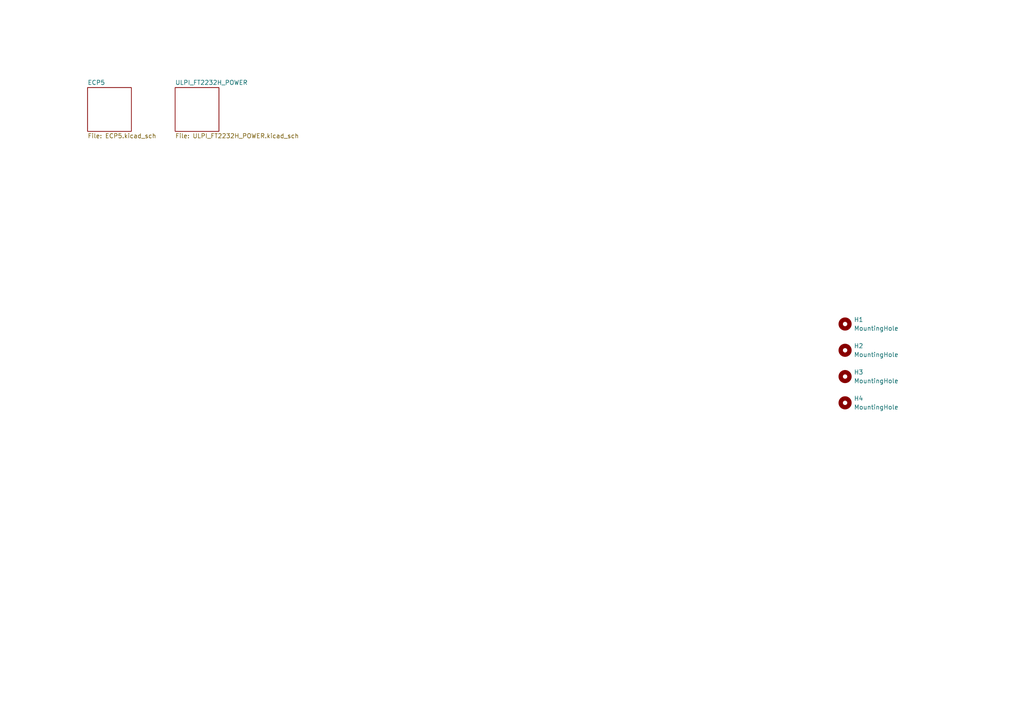
<source format=kicad_sch>
(kicad_sch (version 20231120) (generator "eeschema") (generator_version "8.0")
  (paper "A4")
  (lib_symbols
    (symbol "Mechanical:MountingHole" (pin_names (offset 1.016)) (exclude_from_sim yes) (in_bom no)
      (property "Reference" "H" (at 0 5.08 0))
      (property "Value" "MountingHole" (at 0 3.175 0))
      (symbol "MountingHole_0_1"
        (circle (center 0 0) (radius 1.27) (stroke (width 1.27)))
      )
    )
  )
  (symbol (lib_id "Mechanical:MountingHole") (at 245.11 93.98 0) (unit 1) (exclude_from_sim yes) (in_bom no)
    (property "Reference" "H1" (at 247.65 92.7099 0) (effects (justify left)))
    (property "Value" "MountingHole" (at 247.65 95.2499 0) (effects (justify left)))
    (property "Footprint" "MountingHole:MountingHole_3.2mm_M3" (effects (hide yes)))
    (property "Description" "Mounting Hole without connection" (effects (hide yes)))
  )
  (symbol (lib_id "Mechanical:MountingHole") (at 245.11 101.6 0) (unit 1) (exclude_from_sim yes) (in_bom no)
    (property "Reference" "H2" (at 247.65 100.3299 0) (effects (justify left)))
    (property "Value" "MountingHole" (at 247.65 102.8699 0) (effects (justify left)))
    (property "Footprint" "MountingHole:MountingHole_3.2mm_M3" (effects (hide yes)))
    (property "Description" "Mounting Hole without connection" (effects (hide yes)))
  )
  (symbol (lib_id "Mechanical:MountingHole") (at 245.11 116.84 0) (unit 1) (exclude_from_sim yes) (in_bom no)
    (property "Reference" "H4" (at 247.65 115.5699 0) (effects (justify left)))
    (property "Value" "MountingHole" (at 247.65 118.1099 0) (effects (justify left)))
    (property "Footprint" "MountingHole:MountingHole_3.2mm_M3" (effects (hide yes)))
    (property "Description" "Mounting Hole without connection" (effects (hide yes)))
  )
  (symbol (lib_id "Mechanical:MountingHole") (at 245.11 109.22 0) (unit 1) (exclude_from_sim yes) (in_bom no)
    (property "Reference" "H3" (at 247.65 107.9499 0) (effects (justify left)))
    (property "Value" "MountingHole" (at 247.65 110.4899 0) (effects (justify left)))
    (property "Footprint" "MountingHole:MountingHole_3.2mm_M3" (effects (hide yes)))
    (property "Description" "Mounting Hole without connection" (effects (hide yes)))
  )
  (sheet (at 50.8 25.4) (size 12.7 12.7) (stroke (width 0.1524))
    (property "Sheetname" "ULPI_FT2232H_POWER" (at 50.8 24.6884 0) (effects (justify left bottom)))
    (property "Sheetfile" "ULPI_FT2232H_POWER.kicad_sch" (at 50.8 38.6846 0) (effects (justify left top)))
  )
  (sheet (at 25.4 25.4) (size 12.7 12.7) (stroke (width 0.1524))
    (property "Sheetname" "ECP5" (at 25.4 24.6884 0) (effects (justify left bottom)))
    (property "Sheetfile" "ECP5.kicad_sch" (at 25.4 38.6846 0) (effects (justify left top)))
  )
)
</source>
